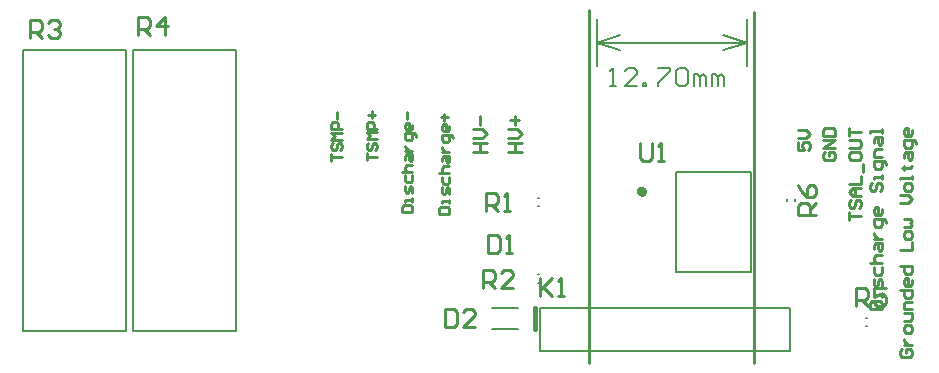
<source format=gto>
G04*
G04 #@! TF.GenerationSoftware,Altium Limited,Altium Designer,19.0.13 (425)*
G04*
G04 Layer_Color=65535*
%FSLAX25Y25*%
%MOIN*%
G70*
G01*
G75*
%ADD10C,0.00394*%
%ADD11C,0.01968*%
%ADD12C,0.00787*%
%ADD13C,0.01575*%
%ADD14C,0.00591*%
%ADD15C,0.01000*%
%ADD16C,0.00600*%
D10*
X221685Y84807D02*
D03*
D11*
X247264Y97303D02*
X246720Y98052D01*
X245839Y97766D01*
Y96840D01*
X246720Y96554D01*
X247264Y97303D01*
D12*
X297441Y94390D02*
Y94784D01*
X294685Y94390D02*
Y94784D01*
X196425Y58661D02*
X205150D01*
X196425Y51575D02*
X205150D01*
X295925Y44094D02*
Y58661D01*
X212461Y44094D02*
Y58661D01*
X295925D01*
X212461Y44094D02*
X295925D01*
X321260Y52461D02*
X321654D01*
X321260Y55216D02*
X321654D01*
X211673Y69748D02*
X212067D01*
X211673Y66992D02*
X212067D01*
X211929Y92492D02*
X212323D01*
X211929Y95248D02*
X212323D01*
X257677Y104055D02*
X282677D01*
X257677Y70551D02*
X282677D01*
X257677D02*
Y104055D01*
X282677Y70551D02*
Y104055D01*
X273524Y144413D02*
X281398Y147038D01*
X273524Y149662D02*
X281398Y147038D01*
X231398D02*
X239272Y149662D01*
X231398Y147038D02*
X239272Y144413D01*
X256398Y147038D02*
X281398D01*
X231398D02*
X256398D01*
X281398Y139164D02*
Y154912D01*
X231398Y139164D02*
Y154912D01*
D13*
X210925Y51575D02*
Y58661D01*
D14*
X76744Y51020D02*
Y144720D01*
X110996D01*
Y51020D02*
Y144720D01*
X76744Y51020D02*
X110996D01*
X40244D02*
Y144720D01*
X74496D01*
Y51020D02*
Y144720D01*
X40244Y51020D02*
X74496D01*
D15*
X228870Y40370D02*
Y157870D01*
X283870Y40370D02*
Y157370D01*
X322371Y58370D02*
X326370D01*
Y60369D01*
X325704Y61036D01*
X323038D01*
X322371Y60369D01*
Y58370D01*
X326370Y62369D02*
Y63702D01*
Y63035D01*
X323704D01*
Y62369D01*
X326370Y65701D02*
Y67700D01*
X325704Y68367D01*
X325037Y67700D01*
Y66368D01*
X324371Y65701D01*
X323704Y66368D01*
Y68367D01*
Y72366D02*
Y70366D01*
X324371Y69700D01*
X325704D01*
X326370Y70366D01*
Y72366D01*
X322371Y73699D02*
X326370D01*
X324371D01*
X323704Y74365D01*
Y75698D01*
X324371Y76364D01*
X326370D01*
X323704Y78364D02*
Y79697D01*
X324371Y80363D01*
X326370D01*
Y78364D01*
X325704Y77697D01*
X325037Y78364D01*
Y80363D01*
X323704Y81696D02*
X326370D01*
X325037D01*
X324371Y82362D01*
X323704Y83029D01*
Y83695D01*
X327703Y87028D02*
Y87694D01*
X327036Y88360D01*
X323704D01*
Y86361D01*
X324371Y85695D01*
X325704D01*
X326370Y86361D01*
Y88360D01*
Y91693D02*
Y90360D01*
X325704Y89693D01*
X324371D01*
X323704Y90360D01*
Y91693D01*
X324371Y92359D01*
X325037D01*
Y89693D01*
X323038Y100356D02*
X322371Y99690D01*
Y98357D01*
X323038Y97691D01*
X323704D01*
X324371Y98357D01*
Y99690D01*
X325037Y100356D01*
X325704D01*
X326370Y99690D01*
Y98357D01*
X325704Y97691D01*
X326370Y101689D02*
Y103022D01*
Y102356D01*
X323704D01*
Y101689D01*
X327703Y106355D02*
Y107021D01*
X327036Y107687D01*
X323704D01*
Y105688D01*
X324371Y105022D01*
X325704D01*
X326370Y105688D01*
Y107687D01*
Y109020D02*
X323704D01*
Y111020D01*
X324371Y111686D01*
X326370D01*
X323704Y113686D02*
Y115018D01*
X324371Y115685D01*
X326370D01*
Y113686D01*
X325704Y113019D01*
X325037Y113686D01*
Y115685D01*
X326370Y117018D02*
Y118351D01*
Y117684D01*
X322371D01*
Y117018D01*
X315371Y87870D02*
Y90536D01*
Y89203D01*
X319370D01*
X316038Y94535D02*
X315371Y93868D01*
Y92535D01*
X316038Y91869D01*
X316704D01*
X317371Y92535D01*
Y93868D01*
X318037Y94535D01*
X318704D01*
X319370Y93868D01*
Y92535D01*
X318704Y91869D01*
X319370Y95868D02*
X316704D01*
X315371Y97200D01*
X316704Y98533D01*
X319370D01*
X317371D01*
Y95868D01*
X315371Y99866D02*
X319370D01*
Y102532D01*
X320037Y103865D02*
Y106531D01*
X315371Y109863D02*
Y108530D01*
X316038Y107864D01*
X318704D01*
X319370Y108530D01*
Y109863D01*
X318704Y110529D01*
X316038D01*
X315371Y109863D01*
Y111862D02*
X318704D01*
X319370Y112529D01*
Y113862D01*
X318704Y114528D01*
X315371D01*
Y115861D02*
Y118527D01*
Y117194D01*
X319370D01*
X307538Y110536D02*
X306871Y109869D01*
Y108537D01*
X307538Y107870D01*
X310204D01*
X310870Y108537D01*
Y109869D01*
X310204Y110536D01*
X308871D01*
Y109203D01*
X310870Y111869D02*
X306871D01*
X310870Y114535D01*
X306871D01*
Y115867D02*
X310870D01*
Y117867D01*
X310204Y118533D01*
X307538D01*
X306871Y117867D01*
Y115867D01*
X298371Y114036D02*
Y111370D01*
X300371D01*
X299704Y112703D01*
Y113369D01*
X300371Y114036D01*
X301704D01*
X302370Y113369D01*
Y112037D01*
X301704Y111370D01*
X298371Y115369D02*
X301037D01*
X302370Y116702D01*
X301037Y118035D01*
X298371D01*
X142958Y107677D02*
Y110010D01*
Y108844D01*
X146457D01*
X143541Y113509D02*
X142958Y112926D01*
Y111759D01*
X143541Y111176D01*
X144124D01*
X144707Y111759D01*
Y112926D01*
X145290Y113509D01*
X145874D01*
X146457Y112926D01*
Y111759D01*
X145874Y111176D01*
X146457Y114675D02*
X142958D01*
X144124Y115841D01*
X142958Y117008D01*
X146457D01*
Y118174D02*
X142958D01*
Y119923D01*
X143541Y120506D01*
X144707D01*
X145290Y119923D01*
Y118174D01*
X144707Y121673D02*
Y124005D01*
X154670Y107776D02*
Y110108D01*
Y108942D01*
X158169D01*
X155254Y113607D02*
X154670Y113024D01*
Y111858D01*
X155254Y111275D01*
X155837D01*
X156420Y111858D01*
Y113024D01*
X157003Y113607D01*
X157586D01*
X158169Y113024D01*
Y111858D01*
X157586Y111275D01*
X158169Y114773D02*
X154670D01*
X155837Y115940D01*
X154670Y117106D01*
X158169D01*
Y118272D02*
X154670D01*
Y120022D01*
X155254Y120605D01*
X156420D01*
X157003Y120022D01*
Y118272D01*
X156420Y121771D02*
Y124104D01*
X155254Y122937D02*
X157586D01*
X166481Y90551D02*
X169980D01*
Y92301D01*
X169397Y92884D01*
X167065D01*
X166481Y92301D01*
Y90551D01*
X169980Y94050D02*
Y95216D01*
Y94633D01*
X167648D01*
Y94050D01*
X169980Y96966D02*
Y98715D01*
X169397Y99298D01*
X168814Y98715D01*
Y97549D01*
X168231Y96966D01*
X167648Y97549D01*
Y99298D01*
Y102797D02*
Y101048D01*
X168231Y100465D01*
X169397D01*
X169980Y101048D01*
Y102797D01*
X166481Y103963D02*
X169980D01*
X168231D01*
X167648Y104547D01*
Y105713D01*
X168231Y106296D01*
X169980D01*
X167648Y108045D02*
Y109212D01*
X168231Y109795D01*
X169980D01*
Y108045D01*
X169397Y107462D01*
X168814Y108045D01*
Y109795D01*
X167648Y110961D02*
X169980D01*
X168814D01*
X168231Y111544D01*
X167648Y112127D01*
Y112711D01*
X171147Y115626D02*
Y116209D01*
X170563Y116793D01*
X167648D01*
Y115043D01*
X168231Y114460D01*
X169397D01*
X169980Y115043D01*
Y116793D01*
Y119708D02*
Y118542D01*
X169397Y117959D01*
X168231D01*
X167648Y118542D01*
Y119708D01*
X168231Y120292D01*
X168814D01*
Y117959D01*
X168231Y121458D02*
Y123790D01*
X178785Y90059D02*
X182283D01*
Y91808D01*
X181700Y92392D01*
X179368D01*
X178785Y91808D01*
Y90059D01*
X182283Y93558D02*
Y94724D01*
Y94141D01*
X179951D01*
Y93558D01*
X182283Y96474D02*
Y98223D01*
X181700Y98806D01*
X181117Y98223D01*
Y97057D01*
X180534Y96474D01*
X179951Y97057D01*
Y98806D01*
Y102305D02*
Y100556D01*
X180534Y99972D01*
X181700D01*
X182283Y100556D01*
Y102305D01*
X178785Y103471D02*
X182283D01*
X180534D01*
X179951Y104054D01*
Y105221D01*
X180534Y105804D01*
X182283D01*
X179951Y107553D02*
Y108720D01*
X180534Y109303D01*
X182283D01*
Y107553D01*
X181700Y106970D01*
X181117Y107553D01*
Y109303D01*
X179951Y110469D02*
X182283D01*
X181117D01*
X180534Y111052D01*
X179951Y111635D01*
Y112219D01*
X183450Y115134D02*
Y115717D01*
X182867Y116301D01*
X179951D01*
Y114551D01*
X180534Y113968D01*
X181700D01*
X182283Y114551D01*
Y116301D01*
Y119216D02*
Y118050D01*
X181700Y117467D01*
X180534D01*
X179951Y118050D01*
Y119216D01*
X180534Y119799D01*
X181117D01*
Y117467D01*
X180534Y120966D02*
Y123298D01*
X179368Y122132D02*
X181700D01*
X190187Y110728D02*
X194685D01*
X192436D01*
Y113727D01*
X190187D01*
X194685D01*
X190187Y115227D02*
X193185D01*
X194685Y116726D01*
X193185Y118226D01*
X190187D01*
X192436Y119726D02*
Y122724D01*
X201899Y110630D02*
X206398D01*
X204148D01*
Y113629D01*
X201899D01*
X206398D01*
X201899Y115129D02*
X204898D01*
X206398Y116628D01*
X204898Y118128D01*
X201899D01*
X204148Y119627D02*
Y122626D01*
X202649Y121126D02*
X205648D01*
X333090Y44994D02*
X332434Y44338D01*
Y43026D01*
X333090Y42370D01*
X335714D01*
X336370Y43026D01*
Y44338D01*
X335714Y44994D01*
X334402D01*
Y43682D01*
X333746Y46306D02*
X336370D01*
X335058D01*
X334402Y46962D01*
X333746Y47618D01*
Y48274D01*
X336370Y50898D02*
Y52209D01*
X335714Y52865D01*
X334402D01*
X333746Y52209D01*
Y50898D01*
X334402Y50242D01*
X335714D01*
X336370Y50898D01*
X333746Y54177D02*
X335714D01*
X336370Y54833D01*
Y56801D01*
X333746D01*
X336370Y58113D02*
X333746D01*
Y60081D01*
X334402Y60737D01*
X336370D01*
X332434Y64673D02*
X336370D01*
Y62705D01*
X335714Y62049D01*
X334402D01*
X333746Y62705D01*
Y64673D01*
X336370Y67952D02*
Y66641D01*
X335714Y65984D01*
X334402D01*
X333746Y66641D01*
Y67952D01*
X334402Y68608D01*
X335058D01*
Y65984D01*
X332434Y72544D02*
X336370D01*
Y70576D01*
X335714Y69920D01*
X334402D01*
X333746Y70576D01*
Y72544D01*
X332434Y77792D02*
X336370D01*
Y80416D01*
Y82383D02*
Y83695D01*
X335714Y84351D01*
X334402D01*
X333746Y83695D01*
Y82383D01*
X334402Y81727D01*
X335714D01*
X336370Y82383D01*
X333746Y85663D02*
X335714D01*
X336370Y86319D01*
X335714Y86975D01*
X336370Y87631D01*
X335714Y88287D01*
X333746D01*
X332434Y93535D02*
X335058D01*
X336370Y94847D01*
X335058Y96158D01*
X332434D01*
X336370Y98126D02*
Y99438D01*
X335714Y100094D01*
X334402D01*
X333746Y99438D01*
Y98126D01*
X334402Y97470D01*
X335714D01*
X336370Y98126D01*
Y101406D02*
Y102718D01*
Y102062D01*
X332434D01*
Y101406D01*
X333090Y105342D02*
X333746D01*
Y104686D01*
Y105998D01*
Y105342D01*
X335714D01*
X336370Y105998D01*
X333746Y108622D02*
Y109934D01*
X334402Y110590D01*
X336370D01*
Y108622D01*
X335714Y107966D01*
X335058Y108622D01*
Y110590D01*
X337682Y113213D02*
Y113869D01*
X337026Y114525D01*
X333746D01*
Y112557D01*
X334402Y111901D01*
X335714D01*
X336370Y112557D01*
Y114525D01*
Y117805D02*
Y116493D01*
X335714Y115837D01*
X334402D01*
X333746Y116493D01*
Y117805D01*
X334402Y118461D01*
X335058D01*
Y115837D01*
X304626Y89567D02*
X298628D01*
Y92566D01*
X299628Y93566D01*
X301627D01*
X302627Y92566D01*
Y89567D01*
Y91566D02*
X304626Y93566D01*
X298628Y99564D02*
X299628Y97564D01*
X301627Y95565D01*
X303626D01*
X304626Y96565D01*
Y98564D01*
X303626Y99564D01*
X302627D01*
X301627Y98564D01*
Y95565D01*
X212430Y68679D02*
Y62681D01*
Y64680D01*
X216429Y68679D01*
X213430Y65680D01*
X216429Y62681D01*
X218428D02*
X220427D01*
X219428D01*
Y68679D01*
X218428Y67680D01*
X42421Y148721D02*
Y154718D01*
X45420D01*
X46420Y153719D01*
Y151719D01*
X45420Y150720D01*
X42421D01*
X44421D02*
X46420Y148721D01*
X48419Y153719D02*
X49419Y154718D01*
X51418D01*
X52418Y153719D01*
Y152719D01*
X51418Y151719D01*
X50419D01*
X51418D01*
X52418Y150720D01*
Y149720D01*
X51418Y148721D01*
X49419D01*
X48419Y149720D01*
X78642Y149508D02*
Y155506D01*
X81641D01*
X82640Y154506D01*
Y152507D01*
X81641Y151507D01*
X78642D01*
X80641D02*
X82640Y149508D01*
X87639D02*
Y155506D01*
X84640Y152507D01*
X88639D01*
X317807Y59089D02*
Y65087D01*
X320806D01*
X321805Y64087D01*
Y62088D01*
X320806Y61088D01*
X317807D01*
X319806D02*
X321805Y59089D01*
X327803Y65087D02*
X323805D01*
Y62088D01*
X325804Y63087D01*
X326804D01*
X327803Y62088D01*
Y60088D01*
X326804Y59089D01*
X324804D01*
X323805Y60088D01*
X245677Y113501D02*
Y108503D01*
X246677Y107503D01*
X248676D01*
X249676Y108503D01*
Y113501D01*
X251675Y107503D02*
X253675D01*
X252675D01*
Y113501D01*
X251675Y112502D01*
X193370Y65370D02*
Y71368D01*
X196369D01*
X197369Y70368D01*
Y68369D01*
X196369Y67369D01*
X193370D01*
X195369D02*
X197369Y65370D01*
X203367D02*
X199368D01*
X203367Y69369D01*
Y70368D01*
X202367Y71368D01*
X200368D01*
X199368Y70368D01*
X194370Y90870D02*
Y96868D01*
X197369D01*
X198369Y95868D01*
Y93869D01*
X197369Y92869D01*
X194370D01*
X196369D02*
X198369Y90870D01*
X200368D02*
X202367D01*
X201368D01*
Y96868D01*
X200368Y95868D01*
X180787Y58116D02*
Y52118D01*
X183786D01*
X184786Y53118D01*
Y57117D01*
X183786Y58116D01*
X180787D01*
X190784Y52118D02*
X186785D01*
X190784Y56117D01*
Y57117D01*
X189785Y58116D01*
X187785D01*
X186785Y57117D01*
X195114Y82868D02*
Y76870D01*
X198113D01*
X199113Y77870D01*
Y81868D01*
X198113Y82868D01*
X195114D01*
X201112Y76870D02*
X203112D01*
X202112D01*
Y82868D01*
X201112Y81868D01*
D16*
X235804Y132642D02*
X237803D01*
X236804D01*
Y138640D01*
X235804Y137640D01*
X244801Y132642D02*
X240802D01*
X244801Y136640D01*
Y137640D01*
X243801Y138640D01*
X241802D01*
X240802Y137640D01*
X246800Y132642D02*
Y133641D01*
X247800D01*
Y132642D01*
X246800D01*
X251799Y138640D02*
X255797D01*
Y137640D01*
X251799Y133641D01*
Y132642D01*
X257797Y137640D02*
X258796Y138640D01*
X260796D01*
X261795Y137640D01*
Y133641D01*
X260796Y132642D01*
X258796D01*
X257797Y133641D01*
Y137640D01*
X263795Y132642D02*
Y136640D01*
X264794D01*
X265794Y135641D01*
Y132642D01*
Y135641D01*
X266794Y136640D01*
X267793Y135641D01*
Y132642D01*
X269793D02*
Y136640D01*
X270793D01*
X271792Y135641D01*
Y132642D01*
Y135641D01*
X272792Y136640D01*
X273792Y135641D01*
Y132642D01*
M02*

</source>
